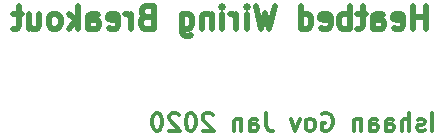
<source format=gbr>
G04 #@! TF.GenerationSoftware,KiCad,Pcbnew,(5.1.4)-1*
G04 #@! TF.CreationDate,2020-03-27T16:01:53-04:00*
G04 #@! TF.ProjectId,heatbed_breakout,68656174-6265-4645-9f62-7265616b6f75,rev?*
G04 #@! TF.SameCoordinates,PX8b91fb0PY68e7780*
G04 #@! TF.FileFunction,Legend,Bot*
G04 #@! TF.FilePolarity,Positive*
%FSLAX46Y46*%
G04 Gerber Fmt 4.6, Leading zero omitted, Abs format (unit mm)*
G04 Created by KiCad (PCBNEW (5.1.4)-1) date 2020-03-27 16:01:53*
%MOMM*%
%LPD*%
G04 APERTURE LIST*
%ADD10C,0.375000*%
%ADD11C,0.476250*%
%ADD12C,0.100000*%
%ADD13C,6.102000*%
%ADD14C,3.102000*%
%ADD15C,10.702000*%
%ADD16O,2.102000X1.802000*%
%ADD17C,1.802000*%
%ADD18O,1.829200X1.829200*%
%ADD19R,1.829200X1.829200*%
G04 APERTURE END LIST*
D10*
X-8498572Y-4488571D02*
X-8498572Y-2988571D01*
X-9141429Y-4417142D02*
X-9284286Y-4488571D01*
X-9570000Y-4488571D01*
X-9712858Y-4417142D01*
X-9784286Y-4274285D01*
X-9784286Y-4202857D01*
X-9712858Y-4060000D01*
X-9570000Y-3988571D01*
X-9355715Y-3988571D01*
X-9212858Y-3917142D01*
X-9141429Y-3774285D01*
X-9141429Y-3702857D01*
X-9212858Y-3560000D01*
X-9355715Y-3488571D01*
X-9570000Y-3488571D01*
X-9712858Y-3560000D01*
X-10427143Y-4488571D02*
X-10427143Y-2988571D01*
X-11070000Y-4488571D02*
X-11070000Y-3702857D01*
X-10998572Y-3560000D01*
X-10855715Y-3488571D01*
X-10641429Y-3488571D01*
X-10498572Y-3560000D01*
X-10427143Y-3631428D01*
X-12427143Y-4488571D02*
X-12427143Y-3702857D01*
X-12355715Y-3560000D01*
X-12212858Y-3488571D01*
X-11927143Y-3488571D01*
X-11784286Y-3560000D01*
X-12427143Y-4417142D02*
X-12284286Y-4488571D01*
X-11927143Y-4488571D01*
X-11784286Y-4417142D01*
X-11712858Y-4274285D01*
X-11712858Y-4131428D01*
X-11784286Y-3988571D01*
X-11927143Y-3917142D01*
X-12284286Y-3917142D01*
X-12427143Y-3845714D01*
X-13784286Y-4488571D02*
X-13784286Y-3702857D01*
X-13712858Y-3560000D01*
X-13570000Y-3488571D01*
X-13284286Y-3488571D01*
X-13141429Y-3560000D01*
X-13784286Y-4417142D02*
X-13641429Y-4488571D01*
X-13284286Y-4488571D01*
X-13141429Y-4417142D01*
X-13070000Y-4274285D01*
X-13070000Y-4131428D01*
X-13141429Y-3988571D01*
X-13284286Y-3917142D01*
X-13641429Y-3917142D01*
X-13784286Y-3845714D01*
X-14498572Y-3488571D02*
X-14498572Y-4488571D01*
X-14498572Y-3631428D02*
X-14570000Y-3560000D01*
X-14712858Y-3488571D01*
X-14927143Y-3488571D01*
X-15070000Y-3560000D01*
X-15141429Y-3702857D01*
X-15141429Y-4488571D01*
X-17784286Y-3060000D02*
X-17641429Y-2988571D01*
X-17427143Y-2988571D01*
X-17212858Y-3060000D01*
X-17070000Y-3202857D01*
X-16998572Y-3345714D01*
X-16927143Y-3631428D01*
X-16927143Y-3845714D01*
X-16998572Y-4131428D01*
X-17070000Y-4274285D01*
X-17212858Y-4417142D01*
X-17427143Y-4488571D01*
X-17570000Y-4488571D01*
X-17784286Y-4417142D01*
X-17855715Y-4345714D01*
X-17855715Y-3845714D01*
X-17570000Y-3845714D01*
X-18712858Y-4488571D02*
X-18570000Y-4417142D01*
X-18498572Y-4345714D01*
X-18427143Y-4202857D01*
X-18427143Y-3774285D01*
X-18498572Y-3631428D01*
X-18570000Y-3560000D01*
X-18712858Y-3488571D01*
X-18927143Y-3488571D01*
X-19070000Y-3560000D01*
X-19141429Y-3631428D01*
X-19212858Y-3774285D01*
X-19212858Y-4202857D01*
X-19141429Y-4345714D01*
X-19070000Y-4417142D01*
X-18927143Y-4488571D01*
X-18712858Y-4488571D01*
X-19712858Y-3488571D02*
X-20070000Y-4488571D01*
X-20427143Y-3488571D01*
X-22570000Y-2988571D02*
X-22570000Y-4060000D01*
X-22498572Y-4274285D01*
X-22355715Y-4417142D01*
X-22141429Y-4488571D01*
X-21998572Y-4488571D01*
X-23927143Y-4488571D02*
X-23927143Y-3702857D01*
X-23855715Y-3560000D01*
X-23712858Y-3488571D01*
X-23427143Y-3488571D01*
X-23284286Y-3560000D01*
X-23927143Y-4417142D02*
X-23784286Y-4488571D01*
X-23427143Y-4488571D01*
X-23284286Y-4417142D01*
X-23212858Y-4274285D01*
X-23212858Y-4131428D01*
X-23284286Y-3988571D01*
X-23427143Y-3917142D01*
X-23784286Y-3917142D01*
X-23927143Y-3845714D01*
X-24641429Y-3488571D02*
X-24641429Y-4488571D01*
X-24641429Y-3631428D02*
X-24712858Y-3560000D01*
X-24855715Y-3488571D01*
X-25070000Y-3488571D01*
X-25212858Y-3560000D01*
X-25284286Y-3702857D01*
X-25284286Y-4488571D01*
X-27070000Y-3131428D02*
X-27141429Y-3060000D01*
X-27284286Y-2988571D01*
X-27641429Y-2988571D01*
X-27784286Y-3060000D01*
X-27855715Y-3131428D01*
X-27927143Y-3274285D01*
X-27927143Y-3417142D01*
X-27855715Y-3631428D01*
X-26998572Y-4488571D01*
X-27927143Y-4488571D01*
X-28855715Y-2988571D02*
X-28998572Y-2988571D01*
X-29141429Y-3060000D01*
X-29212858Y-3131428D01*
X-29284286Y-3274285D01*
X-29355715Y-3560000D01*
X-29355715Y-3917142D01*
X-29284286Y-4202857D01*
X-29212858Y-4345714D01*
X-29141429Y-4417142D01*
X-28998572Y-4488571D01*
X-28855715Y-4488571D01*
X-28712858Y-4417142D01*
X-28641429Y-4345714D01*
X-28570000Y-4202857D01*
X-28498572Y-3917142D01*
X-28498572Y-3560000D01*
X-28570000Y-3274285D01*
X-28641429Y-3131428D01*
X-28712858Y-3060000D01*
X-28855715Y-2988571D01*
X-29927143Y-3131428D02*
X-29998572Y-3060000D01*
X-30141429Y-2988571D01*
X-30498572Y-2988571D01*
X-30641429Y-3060000D01*
X-30712858Y-3131428D01*
X-30784286Y-3274285D01*
X-30784286Y-3417142D01*
X-30712858Y-3631428D01*
X-29855715Y-4488571D01*
X-30784286Y-4488571D01*
X-31712858Y-2988571D02*
X-31855715Y-2988571D01*
X-31998572Y-3060000D01*
X-32070000Y-3131428D01*
X-32141429Y-3274285D01*
X-32212858Y-3560000D01*
X-32212858Y-3917142D01*
X-32141429Y-4202857D01*
X-32070000Y-4345714D01*
X-31998572Y-4417142D01*
X-31855715Y-4488571D01*
X-31712858Y-4488571D01*
X-31570000Y-4417142D01*
X-31498572Y-4345714D01*
X-31427143Y-4202857D01*
X-31355715Y-3917142D01*
X-31355715Y-3560000D01*
X-31427143Y-3274285D01*
X-31498572Y-3131428D01*
X-31570000Y-3060000D01*
X-31712858Y-2988571D01*
D11*
X-9023572Y4138215D02*
X-9023572Y6043215D01*
X-9023572Y5136072D02*
X-10112143Y5136072D01*
X-10112143Y4138215D02*
X-10112143Y6043215D01*
X-11745000Y4228929D02*
X-11563572Y4138215D01*
X-11200715Y4138215D01*
X-11019286Y4228929D01*
X-10928572Y4410358D01*
X-10928572Y5136072D01*
X-11019286Y5317500D01*
X-11200715Y5408215D01*
X-11563572Y5408215D01*
X-11745000Y5317500D01*
X-11835715Y5136072D01*
X-11835715Y4954643D01*
X-10928572Y4773215D01*
X-13468572Y4138215D02*
X-13468572Y5136072D01*
X-13377858Y5317500D01*
X-13196429Y5408215D01*
X-12833572Y5408215D01*
X-12652143Y5317500D01*
X-13468572Y4228929D02*
X-13287143Y4138215D01*
X-12833572Y4138215D01*
X-12652143Y4228929D01*
X-12561429Y4410358D01*
X-12561429Y4591786D01*
X-12652143Y4773215D01*
X-12833572Y4863929D01*
X-13287143Y4863929D01*
X-13468572Y4954643D01*
X-14103572Y5408215D02*
X-14829286Y5408215D01*
X-14375715Y6043215D02*
X-14375715Y4410358D01*
X-14466429Y4228929D01*
X-14647858Y4138215D01*
X-14829286Y4138215D01*
X-15464286Y4138215D02*
X-15464286Y6043215D01*
X-15464286Y5317500D02*
X-15645715Y5408215D01*
X-16008572Y5408215D01*
X-16190000Y5317500D01*
X-16280715Y5226786D01*
X-16371429Y5045358D01*
X-16371429Y4501072D01*
X-16280715Y4319643D01*
X-16190000Y4228929D01*
X-16008572Y4138215D01*
X-15645715Y4138215D01*
X-15464286Y4228929D01*
X-17913572Y4228929D02*
X-17732143Y4138215D01*
X-17369286Y4138215D01*
X-17187858Y4228929D01*
X-17097143Y4410358D01*
X-17097143Y5136072D01*
X-17187858Y5317500D01*
X-17369286Y5408215D01*
X-17732143Y5408215D01*
X-17913572Y5317500D01*
X-18004286Y5136072D01*
X-18004286Y4954643D01*
X-17097143Y4773215D01*
X-19637143Y4138215D02*
X-19637143Y6043215D01*
X-19637143Y4228929D02*
X-19455715Y4138215D01*
X-19092858Y4138215D01*
X-18911429Y4228929D01*
X-18820715Y4319643D01*
X-18730000Y4501072D01*
X-18730000Y5045358D01*
X-18820715Y5226786D01*
X-18911429Y5317500D01*
X-19092858Y5408215D01*
X-19455715Y5408215D01*
X-19637143Y5317500D01*
X-21814286Y6043215D02*
X-22267858Y4138215D01*
X-22630715Y5498929D01*
X-22993572Y4138215D01*
X-23447143Y6043215D01*
X-24172858Y4138215D02*
X-24172858Y5408215D01*
X-24172858Y6043215D02*
X-24082143Y5952500D01*
X-24172858Y5861786D01*
X-24263572Y5952500D01*
X-24172858Y6043215D01*
X-24172858Y5861786D01*
X-25080000Y4138215D02*
X-25080000Y5408215D01*
X-25080000Y5045358D02*
X-25170715Y5226786D01*
X-25261429Y5317500D01*
X-25442858Y5408215D01*
X-25624286Y5408215D01*
X-26259286Y4138215D02*
X-26259286Y5408215D01*
X-26259286Y6043215D02*
X-26168572Y5952500D01*
X-26259286Y5861786D01*
X-26350000Y5952500D01*
X-26259286Y6043215D01*
X-26259286Y5861786D01*
X-27166429Y5408215D02*
X-27166429Y4138215D01*
X-27166429Y5226786D02*
X-27257143Y5317500D01*
X-27438572Y5408215D01*
X-27710715Y5408215D01*
X-27892143Y5317500D01*
X-27982858Y5136072D01*
X-27982858Y4138215D01*
X-29706429Y5408215D02*
X-29706429Y3866072D01*
X-29615715Y3684643D01*
X-29525000Y3593929D01*
X-29343572Y3503215D01*
X-29071429Y3503215D01*
X-28890000Y3593929D01*
X-29706429Y4228929D02*
X-29525000Y4138215D01*
X-29162143Y4138215D01*
X-28980715Y4228929D01*
X-28890000Y4319643D01*
X-28799286Y4501072D01*
X-28799286Y5045358D01*
X-28890000Y5226786D01*
X-28980715Y5317500D01*
X-29162143Y5408215D01*
X-29525000Y5408215D01*
X-29706429Y5317500D01*
X-32700000Y5136072D02*
X-32972143Y5045358D01*
X-33062858Y4954643D01*
X-33153572Y4773215D01*
X-33153572Y4501072D01*
X-33062858Y4319643D01*
X-32972143Y4228929D01*
X-32790715Y4138215D01*
X-32065000Y4138215D01*
X-32065000Y6043215D01*
X-32700000Y6043215D01*
X-32881429Y5952500D01*
X-32972143Y5861786D01*
X-33062858Y5680358D01*
X-33062858Y5498929D01*
X-32972143Y5317500D01*
X-32881429Y5226786D01*
X-32700000Y5136072D01*
X-32065000Y5136072D01*
X-33970000Y4138215D02*
X-33970000Y5408215D01*
X-33970000Y5045358D02*
X-34060715Y5226786D01*
X-34151429Y5317500D01*
X-34332858Y5408215D01*
X-34514286Y5408215D01*
X-35875000Y4228929D02*
X-35693572Y4138215D01*
X-35330715Y4138215D01*
X-35149286Y4228929D01*
X-35058572Y4410358D01*
X-35058572Y5136072D01*
X-35149286Y5317500D01*
X-35330715Y5408215D01*
X-35693572Y5408215D01*
X-35875000Y5317500D01*
X-35965715Y5136072D01*
X-35965715Y4954643D01*
X-35058572Y4773215D01*
X-37598572Y4138215D02*
X-37598572Y5136072D01*
X-37507858Y5317500D01*
X-37326429Y5408215D01*
X-36963572Y5408215D01*
X-36782143Y5317500D01*
X-37598572Y4228929D02*
X-37417143Y4138215D01*
X-36963572Y4138215D01*
X-36782143Y4228929D01*
X-36691429Y4410358D01*
X-36691429Y4591786D01*
X-36782143Y4773215D01*
X-36963572Y4863929D01*
X-37417143Y4863929D01*
X-37598572Y4954643D01*
X-38505715Y4138215D02*
X-38505715Y6043215D01*
X-38687143Y4863929D02*
X-39231429Y4138215D01*
X-39231429Y5408215D02*
X-38505715Y4682500D01*
X-40320000Y4138215D02*
X-40138572Y4228929D01*
X-40047858Y4319643D01*
X-39957143Y4501072D01*
X-39957143Y5045358D01*
X-40047858Y5226786D01*
X-40138572Y5317500D01*
X-40320000Y5408215D01*
X-40592143Y5408215D01*
X-40773572Y5317500D01*
X-40864286Y5226786D01*
X-40955000Y5045358D01*
X-40955000Y4501072D01*
X-40864286Y4319643D01*
X-40773572Y4228929D01*
X-40592143Y4138215D01*
X-40320000Y4138215D01*
X-42587858Y5408215D02*
X-42587858Y4138215D01*
X-41771429Y5408215D02*
X-41771429Y4410358D01*
X-41862143Y4228929D01*
X-42043572Y4138215D01*
X-42315715Y4138215D01*
X-42497143Y4228929D01*
X-42587858Y4319643D01*
X-43222858Y5408215D02*
X-43948572Y5408215D01*
X-43495000Y6043215D02*
X-43495000Y4410358D01*
X-43585715Y4228929D01*
X-43767143Y4138215D01*
X-43948572Y4138215D01*
%LPC*%
D12*
G36*
X2500610Y6623062D02*
G01*
X2559844Y6614275D01*
X2617932Y6599725D01*
X2674313Y6579551D01*
X2728446Y6553948D01*
X2779809Y6523163D01*
X2827907Y6487491D01*
X2872277Y6447277D01*
X2912491Y6402907D01*
X2948163Y6354809D01*
X2978948Y6303446D01*
X3004551Y6249313D01*
X3024725Y6192932D01*
X3039275Y6134844D01*
X3048062Y6075610D01*
X3051000Y6015800D01*
X3051000Y1134200D01*
X3048062Y1074390D01*
X3039275Y1015156D01*
X3024725Y957068D01*
X3004551Y900687D01*
X2978948Y846554D01*
X2948163Y795191D01*
X2912491Y747093D01*
X2872277Y702723D01*
X2827907Y662509D01*
X2779809Y626837D01*
X2728446Y596052D01*
X2674313Y570449D01*
X2617932Y550275D01*
X2559844Y535725D01*
X2500610Y526938D01*
X2440800Y524000D01*
X-2440800Y524000D01*
X-2500610Y526938D01*
X-2559844Y535725D01*
X-2617932Y550275D01*
X-2674313Y570449D01*
X-2728446Y596052D01*
X-2779809Y626837D01*
X-2827907Y662509D01*
X-2872277Y702723D01*
X-2912491Y747093D01*
X-2948163Y795191D01*
X-2978948Y846554D01*
X-3004551Y900687D01*
X-3024725Y957068D01*
X-3039275Y1015156D01*
X-3048062Y1074390D01*
X-3051000Y1134200D01*
X-3051000Y6015800D01*
X-3048062Y6075610D01*
X-3039275Y6134844D01*
X-3024725Y6192932D01*
X-3004551Y6249313D01*
X-2978948Y6303446D01*
X-2948163Y6354809D01*
X-2912491Y6402907D01*
X-2872277Y6447277D01*
X-2827907Y6487491D01*
X-2779809Y6523163D01*
X-2728446Y6553948D01*
X-2674313Y6579551D01*
X-2617932Y6599725D01*
X-2559844Y6614275D01*
X-2500610Y6623062D01*
X-2440800Y6626000D01*
X2440800Y6626000D01*
X2500610Y6623062D01*
X2500610Y6623062D01*
G37*
D13*
X0Y3575000D03*
D12*
G36*
X2500610Y-526938D02*
G01*
X2559844Y-535725D01*
X2617932Y-550275D01*
X2674313Y-570449D01*
X2728446Y-596052D01*
X2779809Y-626837D01*
X2827907Y-662509D01*
X2872277Y-702723D01*
X2912491Y-747093D01*
X2948163Y-795191D01*
X2978948Y-846554D01*
X3004551Y-900687D01*
X3024725Y-957068D01*
X3039275Y-1015156D01*
X3048062Y-1074390D01*
X3051000Y-1134200D01*
X3051000Y-6015800D01*
X3048062Y-6075610D01*
X3039275Y-6134844D01*
X3024725Y-6192932D01*
X3004551Y-6249313D01*
X2978948Y-6303446D01*
X2948163Y-6354809D01*
X2912491Y-6402907D01*
X2872277Y-6447277D01*
X2827907Y-6487491D01*
X2779809Y-6523163D01*
X2728446Y-6553948D01*
X2674313Y-6579551D01*
X2617932Y-6599725D01*
X2559844Y-6614275D01*
X2500610Y-6623062D01*
X2440800Y-6626000D01*
X-2440800Y-6626000D01*
X-2500610Y-6623062D01*
X-2559844Y-6614275D01*
X-2617932Y-6599725D01*
X-2674313Y-6579551D01*
X-2728446Y-6553948D01*
X-2779809Y-6523163D01*
X-2827907Y-6487491D01*
X-2872277Y-6447277D01*
X-2912491Y-6402907D01*
X-2948163Y-6354809D01*
X-2978948Y-6303446D01*
X-3004551Y-6249313D01*
X-3024725Y-6192932D01*
X-3039275Y-6134844D01*
X-3048062Y-6075610D01*
X-3051000Y-6015800D01*
X-3051000Y-1134200D01*
X-3048062Y-1074390D01*
X-3039275Y-1015156D01*
X-3024725Y-957068D01*
X-3004551Y-900687D01*
X-2978948Y-846554D01*
X-2948163Y-795191D01*
X-2912491Y-747093D01*
X-2872277Y-702723D01*
X-2827907Y-662509D01*
X-2779809Y-626837D01*
X-2728446Y-596052D01*
X-2674313Y-570449D01*
X-2617932Y-550275D01*
X-2559844Y-535725D01*
X-2500610Y-526938D01*
X-2440800Y-524000D01*
X2440800Y-524000D01*
X2500610Y-526938D01*
X2500610Y-526938D01*
G37*
D13*
X0Y-3575000D03*
D12*
G36*
X2771205Y8899506D02*
G01*
X2801317Y8895040D01*
X2830846Y8887643D01*
X2859508Y8877387D01*
X2887027Y8864372D01*
X2913138Y8848722D01*
X2937589Y8830588D01*
X2960145Y8810145D01*
X2980588Y8787589D01*
X2998722Y8763138D01*
X3014372Y8737027D01*
X3027387Y8709508D01*
X3037643Y8680846D01*
X3045040Y8651317D01*
X3049506Y8621205D01*
X3051000Y8590800D01*
X3051000Y6109200D01*
X3049506Y6078795D01*
X3045040Y6048683D01*
X3037643Y6019154D01*
X3027387Y5990492D01*
X3014372Y5962973D01*
X2998722Y5936862D01*
X2980588Y5912411D01*
X2960145Y5889855D01*
X2937589Y5869412D01*
X2913138Y5851278D01*
X2887027Y5835628D01*
X2859508Y5822613D01*
X2830846Y5812357D01*
X2801317Y5804960D01*
X2771205Y5800494D01*
X2740800Y5799000D01*
X-2740800Y5799000D01*
X-2771205Y5800494D01*
X-2801317Y5804960D01*
X-2830846Y5812357D01*
X-2859508Y5822613D01*
X-2887027Y5835628D01*
X-2913138Y5851278D01*
X-2937589Y5869412D01*
X-2960145Y5889855D01*
X-2980588Y5912411D01*
X-2998722Y5936862D01*
X-3014372Y5962973D01*
X-3027387Y5990492D01*
X-3037643Y6019154D01*
X-3045040Y6048683D01*
X-3049506Y6078795D01*
X-3051000Y6109200D01*
X-3051000Y8590800D01*
X-3049506Y8621205D01*
X-3045040Y8651317D01*
X-3037643Y8680846D01*
X-3027387Y8709508D01*
X-3014372Y8737027D01*
X-2998722Y8763138D01*
X-2980588Y8787589D01*
X-2960145Y8810145D01*
X-2937589Y8830588D01*
X-2913138Y8848722D01*
X-2887027Y8864372D01*
X-2859508Y8877387D01*
X-2830846Y8887643D01*
X-2801317Y8895040D01*
X-2771205Y8899506D01*
X-2740800Y8901000D01*
X2740800Y8901000D01*
X2771205Y8899506D01*
X2771205Y8899506D01*
G37*
D14*
X0Y7350000D03*
D12*
G36*
X2771205Y-5800494D02*
G01*
X2801317Y-5804960D01*
X2830846Y-5812357D01*
X2859508Y-5822613D01*
X2887027Y-5835628D01*
X2913138Y-5851278D01*
X2937589Y-5869412D01*
X2960145Y-5889855D01*
X2980588Y-5912411D01*
X2998722Y-5936862D01*
X3014372Y-5962973D01*
X3027387Y-5990492D01*
X3037643Y-6019154D01*
X3045040Y-6048683D01*
X3049506Y-6078795D01*
X3051000Y-6109200D01*
X3051000Y-8590800D01*
X3049506Y-8621205D01*
X3045040Y-8651317D01*
X3037643Y-8680846D01*
X3027387Y-8709508D01*
X3014372Y-8737027D01*
X2998722Y-8763138D01*
X2980588Y-8787589D01*
X2960145Y-8810145D01*
X2937589Y-8830588D01*
X2913138Y-8848722D01*
X2887027Y-8864372D01*
X2859508Y-8877387D01*
X2830846Y-8887643D01*
X2801317Y-8895040D01*
X2771205Y-8899506D01*
X2740800Y-8901000D01*
X-2740800Y-8901000D01*
X-2771205Y-8899506D01*
X-2801317Y-8895040D01*
X-2830846Y-8887643D01*
X-2859508Y-8877387D01*
X-2887027Y-8864372D01*
X-2913138Y-8848722D01*
X-2937589Y-8830588D01*
X-2960145Y-8810145D01*
X-2980588Y-8787589D01*
X-2998722Y-8763138D01*
X-3014372Y-8737027D01*
X-3027387Y-8709508D01*
X-3037643Y-8680846D01*
X-3045040Y-8651317D01*
X-3049506Y-8621205D01*
X-3051000Y-8590800D01*
X-3051000Y-6109200D01*
X-3049506Y-6078795D01*
X-3045040Y-6048683D01*
X-3037643Y-6019154D01*
X-3027387Y-5990492D01*
X-3014372Y-5962973D01*
X-2998722Y-5936862D01*
X-2980588Y-5912411D01*
X-2960145Y-5889855D01*
X-2937589Y-5869412D01*
X-2913138Y-5851278D01*
X-2887027Y-5835628D01*
X-2859508Y-5822613D01*
X-2830846Y-5812357D01*
X-2801317Y-5804960D01*
X-2771205Y-5800494D01*
X-2740800Y-5799000D01*
X2740800Y-5799000D01*
X2771205Y-5800494D01*
X2771205Y-5800494D01*
G37*
D14*
X0Y-7350000D03*
D15*
X13650000Y0D03*
X-56350000Y0D03*
D16*
X635000Y-14946000D03*
D12*
G36*
X1446975Y-11546276D02*
G01*
X1472699Y-11550092D01*
X1497925Y-11556411D01*
X1522411Y-11565172D01*
X1545920Y-11576291D01*
X1568226Y-11589661D01*
X1589114Y-11605152D01*
X1608383Y-11622617D01*
X1625848Y-11641886D01*
X1641339Y-11662774D01*
X1654709Y-11685080D01*
X1665828Y-11708589D01*
X1674589Y-11733075D01*
X1680908Y-11758301D01*
X1684724Y-11784025D01*
X1686000Y-11810000D01*
X1686000Y-13082000D01*
X1684724Y-13107975D01*
X1680908Y-13133699D01*
X1674589Y-13158925D01*
X1665828Y-13183411D01*
X1654709Y-13206920D01*
X1641339Y-13229226D01*
X1625848Y-13250114D01*
X1608383Y-13269383D01*
X1589114Y-13286848D01*
X1568226Y-13302339D01*
X1545920Y-13315709D01*
X1522411Y-13326828D01*
X1497925Y-13335589D01*
X1472699Y-13341908D01*
X1446975Y-13345724D01*
X1421000Y-13347000D01*
X-151000Y-13347000D01*
X-176975Y-13345724D01*
X-202699Y-13341908D01*
X-227925Y-13335589D01*
X-252411Y-13326828D01*
X-275920Y-13315709D01*
X-298226Y-13302339D01*
X-319114Y-13286848D01*
X-338383Y-13269383D01*
X-355848Y-13250114D01*
X-371339Y-13229226D01*
X-384709Y-13206920D01*
X-395828Y-13183411D01*
X-404589Y-13158925D01*
X-410908Y-13133699D01*
X-414724Y-13107975D01*
X-416000Y-13082000D01*
X-416000Y-11810000D01*
X-414724Y-11784025D01*
X-410908Y-11758301D01*
X-404589Y-11733075D01*
X-395828Y-11708589D01*
X-384709Y-11685080D01*
X-371339Y-11662774D01*
X-355848Y-11641886D01*
X-338383Y-11622617D01*
X-319114Y-11605152D01*
X-298226Y-11589661D01*
X-275920Y-11576291D01*
X-252411Y-11565172D01*
X-227925Y-11556411D01*
X-202699Y-11550092D01*
X-176975Y-11546276D01*
X-151000Y-11545000D01*
X1421000Y-11545000D01*
X1446975Y-11546276D01*
X1446975Y-11546276D01*
G37*
D17*
X635000Y-12446000D03*
D18*
X-13335000Y1270000D03*
X-13335000Y-1270000D03*
X-15875000Y1270000D03*
X-15875000Y-1270000D03*
X-18415000Y1270000D03*
X-18415000Y-1270000D03*
X-20955000Y1270000D03*
X-20955000Y-1270000D03*
X-23495000Y1270000D03*
X-23495000Y-1270000D03*
X-26035000Y1270000D03*
X-26035000Y-1270000D03*
X-28575000Y1270000D03*
X-28575000Y-1270000D03*
X-31115000Y1270000D03*
X-31115000Y-1270000D03*
X-33655000Y1270000D03*
X-33655000Y-1270000D03*
X-36195000Y1270000D03*
X-36195000Y-1270000D03*
X-38735000Y1270000D03*
X-38735000Y-1270000D03*
X-41275000Y1270000D03*
X-41275000Y-1270000D03*
X-43815000Y1270000D03*
D19*
X-43815000Y-1270000D03*
M02*

</source>
